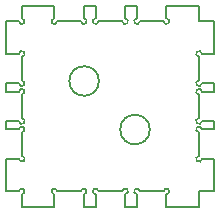
<source format=gbr>
G04 #@! TF.GenerationSoftware,KiCad,Pcbnew,(5.1.2-1)-1*
G04 #@! TF.CreationDate,2019-05-15T14:56:29-07:00*
G04 #@! TF.ProjectId,v2,76322e6b-6963-4616-945f-706362585858,rev?*
G04 #@! TF.SameCoordinates,Original*
G04 #@! TF.FileFunction,Profile,NP*
%FSLAX46Y46*%
G04 Gerber Fmt 4.6, Leading zero omitted, Abs format (unit mm)*
G04 Created by KiCad (PCBNEW (5.1.2-1)-1) date 2019-05-15 14:56:29*
%MOMM*%
%LPD*%
G04 APERTURE LIST*
%ADD10C,0.200000*%
G04 APERTURE END LIST*
D10*
X87380000Y-124900464D02*
X86330000Y-124900464D01*
X86330000Y-124200464D02*
X86330000Y-124900464D01*
X90380000Y-133600000D02*
X90380000Y-134650000D01*
X90380000Y-134650000D02*
X87630492Y-134650000D01*
X87630000Y-121950929D02*
X87630000Y-123950464D01*
X87380000Y-121700929D02*
G75*
G02X87630000Y-121950929I250000J0D01*
G01*
X87380000Y-121700929D02*
X86330000Y-121700929D01*
X86330000Y-121700929D02*
X86330000Y-118950929D01*
X86330000Y-118950929D02*
X87380000Y-118950929D01*
X87630000Y-118700929D02*
G75*
G02X87380000Y-118950929I0J-250000D01*
G01*
X87630000Y-118700929D02*
X87630000Y-117650929D01*
X87630000Y-117650929D02*
X90380000Y-117650929D01*
X90380000Y-117650929D02*
X90380000Y-118700929D01*
X90630000Y-118950929D02*
G75*
G02X90380000Y-118700929I-250000J0D01*
G01*
X90630000Y-118950929D02*
X92630000Y-118950929D01*
X92880000Y-118700929D02*
G75*
G02X92630000Y-118950929I0J-250000D01*
G01*
X92880000Y-117650929D02*
X92880000Y-118700929D01*
X93880000Y-117650929D02*
X92880000Y-117650929D01*
X93880000Y-117650929D02*
X93880000Y-118700929D01*
X94130000Y-118950929D02*
G75*
G02X93880000Y-118700929I-250000J0D01*
G01*
X94130000Y-118950929D02*
X96130000Y-118950929D01*
X96380000Y-118700929D02*
G75*
G02X96130000Y-118950929I0J-250000D01*
G01*
X96380000Y-117650929D02*
X96380000Y-118700929D01*
X96380000Y-117650929D02*
X97380000Y-117650929D01*
X97380000Y-117650929D02*
X97380000Y-118700929D01*
X97630000Y-118950929D02*
G75*
G02X97380000Y-118700929I-250000J0D01*
G01*
X97630000Y-118950929D02*
X99630000Y-118950929D01*
X99880000Y-118700929D02*
G75*
G02X99630000Y-118950929I0J-250000D01*
G01*
X99880000Y-117650929D02*
X99880000Y-118700929D01*
X99880000Y-117650929D02*
X102630503Y-117650929D01*
X102630503Y-117650929D02*
X102630503Y-118950929D01*
X103930503Y-118950929D02*
X102630503Y-118950929D01*
X103930503Y-121700929D02*
X103930503Y-118950929D01*
X102880503Y-121700929D02*
X103930503Y-121700929D01*
X102630503Y-121950929D02*
G75*
G02X102880503Y-121700929I0J250000D01*
G01*
X102630503Y-121950929D02*
X102630503Y-123950464D01*
X102880503Y-124200464D02*
G75*
G02X102630503Y-123950464I-250000J0D01*
G01*
X102880503Y-124200464D02*
X103930503Y-124200464D01*
X103930503Y-124200464D02*
X103930503Y-124900464D01*
X102880503Y-124900464D02*
X103930503Y-124900464D01*
X102630503Y-125150464D02*
G75*
G02X102880503Y-124900464I0J250000D01*
G01*
X102630503Y-125150464D02*
X102630503Y-127150000D01*
X102880503Y-127400000D02*
G75*
G02X102630503Y-127150000I-250000J0D01*
G01*
X102880503Y-127400000D02*
X103930503Y-127400000D01*
X103930503Y-127400000D02*
X103930503Y-128100000D01*
X102880503Y-128100000D02*
X103930503Y-128100000D01*
X102630503Y-128350000D02*
G75*
G02X102880503Y-128100000I0J250000D01*
G01*
X102630503Y-128350000D02*
X102630503Y-130349535D01*
X102880503Y-130599535D02*
G75*
G02X102630503Y-130349535I-250000J0D01*
G01*
X102880503Y-130599535D02*
X103930503Y-130599535D01*
X103930503Y-130599535D02*
X103930503Y-133350000D01*
X103930503Y-133350000D02*
X102630503Y-133350000D01*
X102630503Y-133350000D02*
X102630503Y-134650000D01*
X99880503Y-134650000D02*
X102630503Y-134650000D01*
X99880503Y-133600000D02*
X99880503Y-134650000D01*
X99630503Y-133350000D02*
G75*
G02X99880503Y-133600000I250000J0D01*
G01*
X97630000Y-133350000D02*
X99630503Y-133350000D01*
X97380000Y-133600000D02*
G75*
G02X97630000Y-133350000I0J250000D01*
G01*
X97380000Y-133600000D02*
X97380000Y-134650000D01*
X96380503Y-134650000D02*
X97380000Y-134650000D01*
X96380503Y-133600000D02*
X96380503Y-134650000D01*
X96130503Y-133350000D02*
G75*
G02X96380503Y-133600000I250000J0D01*
G01*
X94130000Y-133350000D02*
X96130503Y-133350000D01*
X93880000Y-133600000D02*
G75*
G02X94130000Y-133350000I0J250000D01*
G01*
X93880000Y-133600000D02*
X93880000Y-134650000D01*
X87380000Y-133350000D02*
X86330000Y-133350000D01*
X86330000Y-130599535D02*
X86330000Y-133350000D01*
X90630000Y-133350000D02*
X92630503Y-133350000D01*
X90380000Y-133600000D02*
G75*
G02X90630000Y-133350000I0J250000D01*
G01*
X87630000Y-130349535D02*
X87630000Y-128350000D01*
X87380000Y-128100000D02*
G75*
G02X87630000Y-128350000I250000J0D01*
G01*
X87380000Y-130599535D02*
X86330000Y-130599535D01*
X87630000Y-130349535D02*
G75*
G02X87380000Y-130599535I0J-250000D01*
G01*
X87380000Y-128100000D02*
X86330000Y-128100000D01*
X86330000Y-127400000D02*
X86330000Y-128100000D01*
X92880503Y-134650000D02*
X93880000Y-134650000D01*
X92880503Y-133600000D02*
X92880503Y-134650000D01*
X92630503Y-133350000D02*
G75*
G02X92880503Y-133600000I250000J0D01*
G01*
X87630000Y-127150000D02*
X87630000Y-125150464D01*
X87380000Y-124900464D02*
G75*
G02X87630000Y-125150464I250000J0D01*
G01*
X94152767Y-124004593D02*
G75*
G03X94152767Y-124004593I-1250000J0D01*
G01*
X98463442Y-128111126D02*
G75*
G03X98463442Y-128111126I-1250000J0D01*
G01*
X87380000Y-124200464D02*
X86330000Y-124200464D01*
X87630000Y-123950464D02*
G75*
G02X87380000Y-124200464I0J-250000D01*
G01*
X87380000Y-127400000D02*
X86330000Y-127400000D01*
X87630000Y-127150000D02*
G75*
G02X87380000Y-127400000I0J-250000D01*
G01*
X87630492Y-134650000D02*
X87630094Y-133600000D01*
X87380000Y-133349999D02*
G75*
G02X87630094Y-133600000I250000J-1D01*
G01*
M02*

</source>
